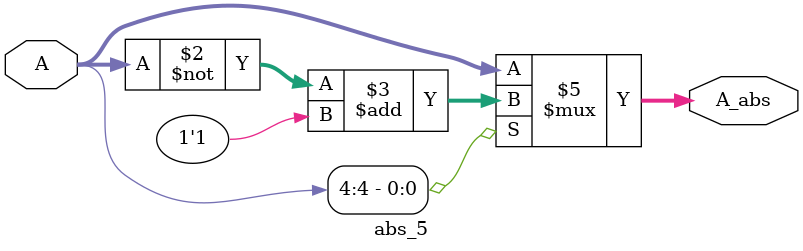
<source format=v>
`timescale 1ns / 1ps


module abs_5(
    input [4:0] A,
    output reg [4:0] A_abs
    );
    
 always  @*
    if (A[4]) begin
        A_abs = ~A + 1'b1;
    end else begin
        A_abs = A;
    end
   

endmodule

</source>
